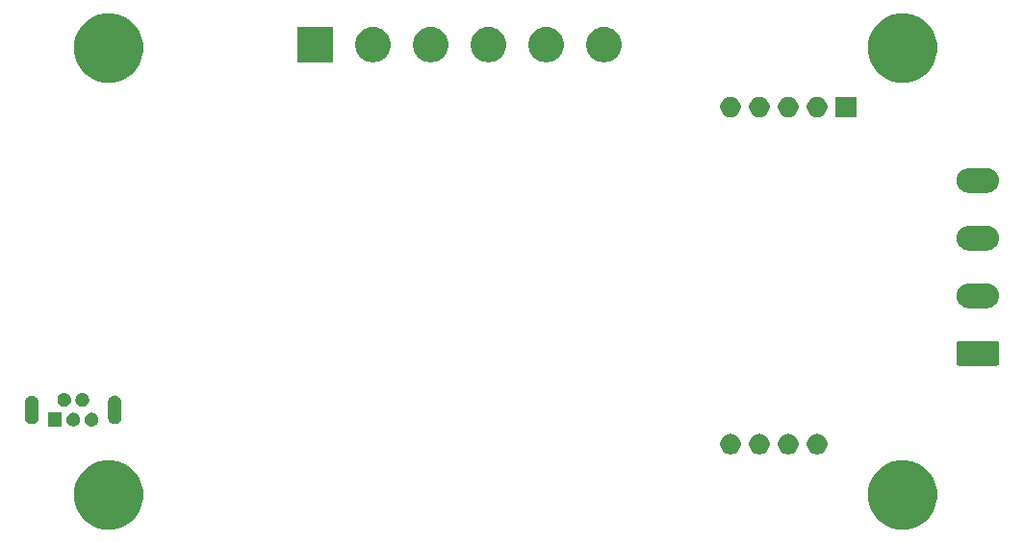
<source format=gbr>
G04 #@! TF.GenerationSoftware,KiCad,Pcbnew,(5.1.5)-3*
G04 #@! TF.CreationDate,2020-12-20T12:51:42+00:00*
G04 #@! TF.ProjectId,sensor_node_PCB,73656e73-6f72-45f6-9e6f-64655f504342,rev?*
G04 #@! TF.SameCoordinates,Original*
G04 #@! TF.FileFunction,Soldermask,Bot*
G04 #@! TF.FilePolarity,Negative*
%FSLAX46Y46*%
G04 Gerber Fmt 4.6, Leading zero omitted, Abs format (unit mm)*
G04 Created by KiCad (PCBNEW (5.1.5)-3) date 2020-12-20 12:51:42*
%MOMM*%
%LPD*%
G04 APERTURE LIST*
%ADD10C,0.100000*%
G04 APERTURE END LIST*
D10*
G36*
X188849943Y-125336248D02*
G01*
X189405189Y-125566238D01*
X189405190Y-125566239D01*
X189904899Y-125900134D01*
X190329866Y-126325101D01*
X190329867Y-126325103D01*
X190663762Y-126824811D01*
X190893752Y-127380057D01*
X191011000Y-127969501D01*
X191011000Y-128570499D01*
X190893752Y-129159943D01*
X190663762Y-129715189D01*
X190663761Y-129715190D01*
X190329866Y-130214899D01*
X189904899Y-130639866D01*
X189653347Y-130807948D01*
X189405189Y-130973762D01*
X188849943Y-131203752D01*
X188260499Y-131321000D01*
X187659501Y-131321000D01*
X187070057Y-131203752D01*
X186514811Y-130973762D01*
X186266653Y-130807948D01*
X186015101Y-130639866D01*
X185590134Y-130214899D01*
X185256239Y-129715190D01*
X185256238Y-129715189D01*
X185026248Y-129159943D01*
X184909000Y-128570499D01*
X184909000Y-127969501D01*
X185026248Y-127380057D01*
X185256238Y-126824811D01*
X185590133Y-126325103D01*
X185590134Y-126325101D01*
X186015101Y-125900134D01*
X186514810Y-125566239D01*
X186514811Y-125566238D01*
X187070057Y-125336248D01*
X187659501Y-125219000D01*
X188260499Y-125219000D01*
X188849943Y-125336248D01*
G37*
G36*
X118999943Y-125336248D02*
G01*
X119555189Y-125566238D01*
X119555190Y-125566239D01*
X120054899Y-125900134D01*
X120479866Y-126325101D01*
X120479867Y-126325103D01*
X120813762Y-126824811D01*
X121043752Y-127380057D01*
X121161000Y-127969501D01*
X121161000Y-128570499D01*
X121043752Y-129159943D01*
X120813762Y-129715189D01*
X120813761Y-129715190D01*
X120479866Y-130214899D01*
X120054899Y-130639866D01*
X119803347Y-130807948D01*
X119555189Y-130973762D01*
X118999943Y-131203752D01*
X118410499Y-131321000D01*
X117809501Y-131321000D01*
X117220057Y-131203752D01*
X116664811Y-130973762D01*
X116416653Y-130807948D01*
X116165101Y-130639866D01*
X115740134Y-130214899D01*
X115406239Y-129715190D01*
X115406238Y-129715189D01*
X115176248Y-129159943D01*
X115059000Y-128570499D01*
X115059000Y-127969501D01*
X115176248Y-127380057D01*
X115406238Y-126824811D01*
X115740133Y-126325103D01*
X115740134Y-126325101D01*
X116165101Y-125900134D01*
X116664810Y-125566239D01*
X116664811Y-125566238D01*
X117220057Y-125336248D01*
X117809501Y-125219000D01*
X118410499Y-125219000D01*
X118999943Y-125336248D01*
G37*
G36*
X180573512Y-122903927D02*
G01*
X180722812Y-122933624D01*
X180886784Y-123001544D01*
X181034354Y-123100147D01*
X181159853Y-123225646D01*
X181258456Y-123373216D01*
X181326376Y-123537188D01*
X181361000Y-123711259D01*
X181361000Y-123888741D01*
X181326376Y-124062812D01*
X181258456Y-124226784D01*
X181159853Y-124374354D01*
X181034354Y-124499853D01*
X180886784Y-124598456D01*
X180722812Y-124666376D01*
X180573512Y-124696073D01*
X180548742Y-124701000D01*
X180371258Y-124701000D01*
X180346488Y-124696073D01*
X180197188Y-124666376D01*
X180033216Y-124598456D01*
X179885646Y-124499853D01*
X179760147Y-124374354D01*
X179661544Y-124226784D01*
X179593624Y-124062812D01*
X179559000Y-123888741D01*
X179559000Y-123711259D01*
X179593624Y-123537188D01*
X179661544Y-123373216D01*
X179760147Y-123225646D01*
X179885646Y-123100147D01*
X180033216Y-123001544D01*
X180197188Y-122933624D01*
X180346488Y-122903927D01*
X180371258Y-122899000D01*
X180548742Y-122899000D01*
X180573512Y-122903927D01*
G37*
G36*
X172953512Y-122903927D02*
G01*
X173102812Y-122933624D01*
X173266784Y-123001544D01*
X173414354Y-123100147D01*
X173539853Y-123225646D01*
X173638456Y-123373216D01*
X173706376Y-123537188D01*
X173741000Y-123711259D01*
X173741000Y-123888741D01*
X173706376Y-124062812D01*
X173638456Y-124226784D01*
X173539853Y-124374354D01*
X173414354Y-124499853D01*
X173266784Y-124598456D01*
X173102812Y-124666376D01*
X172953512Y-124696073D01*
X172928742Y-124701000D01*
X172751258Y-124701000D01*
X172726488Y-124696073D01*
X172577188Y-124666376D01*
X172413216Y-124598456D01*
X172265646Y-124499853D01*
X172140147Y-124374354D01*
X172041544Y-124226784D01*
X171973624Y-124062812D01*
X171939000Y-123888741D01*
X171939000Y-123711259D01*
X171973624Y-123537188D01*
X172041544Y-123373216D01*
X172140147Y-123225646D01*
X172265646Y-123100147D01*
X172413216Y-123001544D01*
X172577188Y-122933624D01*
X172726488Y-122903927D01*
X172751258Y-122899000D01*
X172928742Y-122899000D01*
X172953512Y-122903927D01*
G37*
G36*
X178033512Y-122903927D02*
G01*
X178182812Y-122933624D01*
X178346784Y-123001544D01*
X178494354Y-123100147D01*
X178619853Y-123225646D01*
X178718456Y-123373216D01*
X178786376Y-123537188D01*
X178821000Y-123711259D01*
X178821000Y-123888741D01*
X178786376Y-124062812D01*
X178718456Y-124226784D01*
X178619853Y-124374354D01*
X178494354Y-124499853D01*
X178346784Y-124598456D01*
X178182812Y-124666376D01*
X178033512Y-124696073D01*
X178008742Y-124701000D01*
X177831258Y-124701000D01*
X177806488Y-124696073D01*
X177657188Y-124666376D01*
X177493216Y-124598456D01*
X177345646Y-124499853D01*
X177220147Y-124374354D01*
X177121544Y-124226784D01*
X177053624Y-124062812D01*
X177019000Y-123888741D01*
X177019000Y-123711259D01*
X177053624Y-123537188D01*
X177121544Y-123373216D01*
X177220147Y-123225646D01*
X177345646Y-123100147D01*
X177493216Y-123001544D01*
X177657188Y-122933624D01*
X177806488Y-122903927D01*
X177831258Y-122899000D01*
X178008742Y-122899000D01*
X178033512Y-122903927D01*
G37*
G36*
X175493512Y-122903927D02*
G01*
X175642812Y-122933624D01*
X175806784Y-123001544D01*
X175954354Y-123100147D01*
X176079853Y-123225646D01*
X176178456Y-123373216D01*
X176246376Y-123537188D01*
X176281000Y-123711259D01*
X176281000Y-123888741D01*
X176246376Y-124062812D01*
X176178456Y-124226784D01*
X176079853Y-124374354D01*
X175954354Y-124499853D01*
X175806784Y-124598456D01*
X175642812Y-124666376D01*
X175493512Y-124696073D01*
X175468742Y-124701000D01*
X175291258Y-124701000D01*
X175266488Y-124696073D01*
X175117188Y-124666376D01*
X174953216Y-124598456D01*
X174805646Y-124499853D01*
X174680147Y-124374354D01*
X174581544Y-124226784D01*
X174513624Y-124062812D01*
X174479000Y-123888741D01*
X174479000Y-123711259D01*
X174513624Y-123537188D01*
X174581544Y-123373216D01*
X174680147Y-123225646D01*
X174805646Y-123100147D01*
X174953216Y-123001544D01*
X175117188Y-122933624D01*
X175266488Y-122903927D01*
X175291258Y-122899000D01*
X175468742Y-122899000D01*
X175493512Y-122903927D01*
G37*
G36*
X114025000Y-122239000D02*
G01*
X112823000Y-122239000D01*
X112823000Y-121037000D01*
X114025000Y-121037000D01*
X114025000Y-122239000D01*
G37*
G36*
X116760601Y-121052397D02*
G01*
X116799305Y-121060096D01*
X116831340Y-121073365D01*
X116908680Y-121105400D01*
X117007115Y-121171173D01*
X117090827Y-121254885D01*
X117156600Y-121353320D01*
X117201904Y-121462696D01*
X117225000Y-121578805D01*
X117225000Y-121697195D01*
X117201904Y-121813304D01*
X117156600Y-121922680D01*
X117090827Y-122021115D01*
X117007115Y-122104827D01*
X116908680Y-122170600D01*
X116831340Y-122202635D01*
X116799305Y-122215904D01*
X116760601Y-122223603D01*
X116683195Y-122239000D01*
X116564805Y-122239000D01*
X116487399Y-122223603D01*
X116448695Y-122215904D01*
X116416660Y-122202635D01*
X116339320Y-122170600D01*
X116240885Y-122104827D01*
X116157173Y-122021115D01*
X116091400Y-121922680D01*
X116046096Y-121813304D01*
X116023000Y-121697195D01*
X116023000Y-121578805D01*
X116046096Y-121462696D01*
X116091400Y-121353320D01*
X116157173Y-121254885D01*
X116240885Y-121171173D01*
X116339320Y-121105400D01*
X116416660Y-121073365D01*
X116448695Y-121060096D01*
X116487399Y-121052397D01*
X116564805Y-121037000D01*
X116683195Y-121037000D01*
X116760601Y-121052397D01*
G37*
G36*
X115160601Y-121052397D02*
G01*
X115199305Y-121060096D01*
X115231340Y-121073365D01*
X115308680Y-121105400D01*
X115407115Y-121171173D01*
X115490827Y-121254885D01*
X115556600Y-121353320D01*
X115601904Y-121462696D01*
X115625000Y-121578805D01*
X115625000Y-121697195D01*
X115601904Y-121813304D01*
X115556600Y-121922680D01*
X115490827Y-122021115D01*
X115407115Y-122104827D01*
X115308680Y-122170600D01*
X115231340Y-122202635D01*
X115199305Y-122215904D01*
X115160601Y-122223603D01*
X115083195Y-122239000D01*
X114964805Y-122239000D01*
X114887399Y-122223603D01*
X114848695Y-122215904D01*
X114816660Y-122202635D01*
X114739320Y-122170600D01*
X114640885Y-122104827D01*
X114557173Y-122021115D01*
X114491400Y-121922680D01*
X114446096Y-121813304D01*
X114423000Y-121697195D01*
X114423000Y-121578805D01*
X114446096Y-121462696D01*
X114491400Y-121353320D01*
X114557173Y-121254885D01*
X114640885Y-121171173D01*
X114739320Y-121105400D01*
X114816660Y-121073365D01*
X114848695Y-121060096D01*
X114887399Y-121052397D01*
X114964805Y-121037000D01*
X115083195Y-121037000D01*
X115160601Y-121052397D01*
G37*
G36*
X111491817Y-119520696D02*
G01*
X111605104Y-119555062D01*
X111709511Y-119610869D01*
X111709513Y-119610870D01*
X111709512Y-119610870D01*
X111801027Y-119685973D01*
X111864711Y-119763572D01*
X111876131Y-119777488D01*
X111931938Y-119881895D01*
X111966304Y-119995182D01*
X111975000Y-120083481D01*
X111975000Y-121442519D01*
X111966304Y-121530818D01*
X111931938Y-121644105D01*
X111876131Y-121748512D01*
X111801027Y-121840027D01*
X111709512Y-121915131D01*
X111605105Y-121970938D01*
X111491818Y-122005304D01*
X111374000Y-122016907D01*
X111256183Y-122005304D01*
X111142896Y-121970938D01*
X111038489Y-121915131D01*
X110946974Y-121840027D01*
X110871870Y-121748512D01*
X110816063Y-121644105D01*
X110781697Y-121530818D01*
X110773001Y-121442519D01*
X110773000Y-120083482D01*
X110781696Y-119995183D01*
X110816062Y-119881896D01*
X110871869Y-119777489D01*
X110885338Y-119761077D01*
X110946973Y-119685973D01*
X111038487Y-119610870D01*
X111038486Y-119610870D01*
X111038488Y-119610869D01*
X111142895Y-119555062D01*
X111256182Y-119520696D01*
X111374000Y-119509093D01*
X111491817Y-119520696D01*
G37*
G36*
X118791817Y-119520696D02*
G01*
X118905104Y-119555062D01*
X119009511Y-119610869D01*
X119009513Y-119610870D01*
X119009512Y-119610870D01*
X119101027Y-119685973D01*
X119164711Y-119763572D01*
X119176131Y-119777488D01*
X119231938Y-119881895D01*
X119266304Y-119995182D01*
X119275000Y-120083481D01*
X119275000Y-121442519D01*
X119266304Y-121530818D01*
X119231938Y-121644105D01*
X119176131Y-121748512D01*
X119101027Y-121840027D01*
X119009512Y-121915131D01*
X118905105Y-121970938D01*
X118791818Y-122005304D01*
X118674000Y-122016907D01*
X118556183Y-122005304D01*
X118442896Y-121970938D01*
X118338489Y-121915131D01*
X118246974Y-121840027D01*
X118171870Y-121748512D01*
X118116063Y-121644105D01*
X118081697Y-121530818D01*
X118073001Y-121442519D01*
X118073000Y-120083482D01*
X118081696Y-119995183D01*
X118116062Y-119881896D01*
X118171869Y-119777489D01*
X118185338Y-119761077D01*
X118246973Y-119685973D01*
X118338487Y-119610870D01*
X118338486Y-119610870D01*
X118338488Y-119610869D01*
X118442895Y-119555062D01*
X118556182Y-119520696D01*
X118674000Y-119509093D01*
X118791817Y-119520696D01*
G37*
G36*
X115960601Y-119302397D02*
G01*
X115999305Y-119310096D01*
X116031340Y-119323365D01*
X116108680Y-119355400D01*
X116207115Y-119421173D01*
X116290827Y-119504885D01*
X116356600Y-119603320D01*
X116401904Y-119712696D01*
X116425000Y-119828805D01*
X116425000Y-119947195D01*
X116401904Y-120063304D01*
X116356600Y-120172680D01*
X116290827Y-120271115D01*
X116207115Y-120354827D01*
X116108680Y-120420600D01*
X116031340Y-120452635D01*
X115999305Y-120465904D01*
X115960601Y-120473603D01*
X115883195Y-120489000D01*
X115764805Y-120489000D01*
X115687399Y-120473603D01*
X115648695Y-120465904D01*
X115616660Y-120452635D01*
X115539320Y-120420600D01*
X115440885Y-120354827D01*
X115357173Y-120271115D01*
X115291400Y-120172680D01*
X115246096Y-120063304D01*
X115223000Y-119947195D01*
X115223000Y-119828805D01*
X115246096Y-119712696D01*
X115291400Y-119603320D01*
X115357173Y-119504885D01*
X115440885Y-119421173D01*
X115539320Y-119355400D01*
X115616660Y-119323365D01*
X115648695Y-119310096D01*
X115687399Y-119302397D01*
X115764805Y-119287000D01*
X115883195Y-119287000D01*
X115960601Y-119302397D01*
G37*
G36*
X114360601Y-119302397D02*
G01*
X114399305Y-119310096D01*
X114431340Y-119323365D01*
X114508680Y-119355400D01*
X114607115Y-119421173D01*
X114690827Y-119504885D01*
X114756600Y-119603320D01*
X114801904Y-119712696D01*
X114825000Y-119828805D01*
X114825000Y-119947195D01*
X114801904Y-120063304D01*
X114756600Y-120172680D01*
X114690827Y-120271115D01*
X114607115Y-120354827D01*
X114508680Y-120420600D01*
X114431340Y-120452635D01*
X114399305Y-120465904D01*
X114360601Y-120473603D01*
X114283195Y-120489000D01*
X114164805Y-120489000D01*
X114087399Y-120473603D01*
X114048695Y-120465904D01*
X114016660Y-120452635D01*
X113939320Y-120420600D01*
X113840885Y-120354827D01*
X113757173Y-120271115D01*
X113691400Y-120172680D01*
X113646096Y-120063304D01*
X113623000Y-119947195D01*
X113623000Y-119828805D01*
X113646096Y-119712696D01*
X113691400Y-119603320D01*
X113757173Y-119504885D01*
X113840885Y-119421173D01*
X113939320Y-119355400D01*
X114016660Y-119323365D01*
X114048695Y-119310096D01*
X114087399Y-119302397D01*
X114164805Y-119287000D01*
X114283195Y-119287000D01*
X114360601Y-119302397D01*
G37*
G36*
X196316217Y-114712808D02*
G01*
X196347489Y-114722294D01*
X196376308Y-114737698D01*
X196401570Y-114758430D01*
X196422302Y-114783692D01*
X196437706Y-114812511D01*
X196447192Y-114843783D01*
X196451000Y-114882448D01*
X196451000Y-116717552D01*
X196447192Y-116756217D01*
X196437706Y-116787489D01*
X196422302Y-116816308D01*
X196401570Y-116841570D01*
X196376308Y-116862302D01*
X196347489Y-116877706D01*
X196316217Y-116887192D01*
X196277552Y-116891000D01*
X192922448Y-116891000D01*
X192883783Y-116887192D01*
X192852511Y-116877706D01*
X192823692Y-116862302D01*
X192798430Y-116841570D01*
X192777698Y-116816308D01*
X192762294Y-116787489D01*
X192752808Y-116756217D01*
X192749000Y-116717552D01*
X192749000Y-114882448D01*
X192752808Y-114843783D01*
X192762294Y-114812511D01*
X192777698Y-114783692D01*
X192798430Y-114758430D01*
X192823692Y-114737698D01*
X192852511Y-114722294D01*
X192883783Y-114712808D01*
X192922448Y-114709000D01*
X196277552Y-114709000D01*
X196316217Y-114712808D01*
G37*
G36*
X195573871Y-109644786D02*
G01*
X195779530Y-109707172D01*
X195969055Y-109808475D01*
X195969058Y-109808477D01*
X195969059Y-109808478D01*
X196135186Y-109944814D01*
X196271522Y-110110941D01*
X196271525Y-110110945D01*
X196372828Y-110300470D01*
X196435214Y-110506129D01*
X196456278Y-110720000D01*
X196435214Y-110933871D01*
X196372828Y-111139530D01*
X196271525Y-111329055D01*
X196271523Y-111329058D01*
X196271522Y-111329059D01*
X196135186Y-111495186D01*
X195969059Y-111631522D01*
X195969055Y-111631525D01*
X195779530Y-111732828D01*
X195573871Y-111795214D01*
X195413591Y-111811000D01*
X193786409Y-111811000D01*
X193626129Y-111795214D01*
X193420470Y-111732828D01*
X193230945Y-111631525D01*
X193230941Y-111631522D01*
X193064814Y-111495186D01*
X192928478Y-111329059D01*
X192928477Y-111329058D01*
X192928475Y-111329055D01*
X192827172Y-111139530D01*
X192764786Y-110933871D01*
X192743722Y-110720000D01*
X192764786Y-110506129D01*
X192827172Y-110300470D01*
X192928475Y-110110945D01*
X192928478Y-110110941D01*
X193064814Y-109944814D01*
X193230941Y-109808478D01*
X193230942Y-109808477D01*
X193230945Y-109808475D01*
X193420470Y-109707172D01*
X193626129Y-109644786D01*
X193786409Y-109629000D01*
X195413591Y-109629000D01*
X195573871Y-109644786D01*
G37*
G36*
X195573871Y-104564786D02*
G01*
X195779530Y-104627172D01*
X195969055Y-104728475D01*
X195969058Y-104728477D01*
X195969059Y-104728478D01*
X196135186Y-104864814D01*
X196271522Y-105030941D01*
X196271525Y-105030945D01*
X196372828Y-105220470D01*
X196435214Y-105426129D01*
X196456278Y-105640000D01*
X196435214Y-105853871D01*
X196372828Y-106059530D01*
X196271525Y-106249055D01*
X196271523Y-106249058D01*
X196271522Y-106249059D01*
X196135186Y-106415186D01*
X195969059Y-106551522D01*
X195969055Y-106551525D01*
X195779530Y-106652828D01*
X195573871Y-106715214D01*
X195413591Y-106731000D01*
X193786409Y-106731000D01*
X193626129Y-106715214D01*
X193420470Y-106652828D01*
X193230945Y-106551525D01*
X193230941Y-106551522D01*
X193064814Y-106415186D01*
X192928478Y-106249059D01*
X192928477Y-106249058D01*
X192928475Y-106249055D01*
X192827172Y-106059530D01*
X192764786Y-105853871D01*
X192743722Y-105640000D01*
X192764786Y-105426129D01*
X192827172Y-105220470D01*
X192928475Y-105030945D01*
X192928478Y-105030941D01*
X193064814Y-104864814D01*
X193230941Y-104728478D01*
X193230942Y-104728477D01*
X193230945Y-104728475D01*
X193420470Y-104627172D01*
X193626129Y-104564786D01*
X193786409Y-104549000D01*
X195413591Y-104549000D01*
X195573871Y-104564786D01*
G37*
G36*
X195573871Y-99484786D02*
G01*
X195779530Y-99547172D01*
X195969055Y-99648475D01*
X195969058Y-99648477D01*
X195969059Y-99648478D01*
X196135186Y-99784814D01*
X196271522Y-99950941D01*
X196271525Y-99950945D01*
X196372828Y-100140470D01*
X196435214Y-100346129D01*
X196456278Y-100560000D01*
X196435214Y-100773871D01*
X196372828Y-100979530D01*
X196271525Y-101169055D01*
X196271523Y-101169058D01*
X196271522Y-101169059D01*
X196135186Y-101335186D01*
X195969059Y-101471522D01*
X195969055Y-101471525D01*
X195779530Y-101572828D01*
X195573871Y-101635214D01*
X195413591Y-101651000D01*
X193786409Y-101651000D01*
X193626129Y-101635214D01*
X193420470Y-101572828D01*
X193230945Y-101471525D01*
X193230941Y-101471522D01*
X193064814Y-101335186D01*
X192928478Y-101169059D01*
X192928477Y-101169058D01*
X192928475Y-101169055D01*
X192827172Y-100979530D01*
X192764786Y-100773871D01*
X192743722Y-100560000D01*
X192764786Y-100346129D01*
X192827172Y-100140470D01*
X192928475Y-99950945D01*
X192928478Y-99950941D01*
X193064814Y-99784814D01*
X193230941Y-99648478D01*
X193230942Y-99648477D01*
X193230945Y-99648475D01*
X193420470Y-99547172D01*
X193626129Y-99484786D01*
X193786409Y-99469000D01*
X195413591Y-99469000D01*
X195573871Y-99484786D01*
G37*
G36*
X183901000Y-95001000D02*
G01*
X182099000Y-95001000D01*
X182099000Y-93199000D01*
X183901000Y-93199000D01*
X183901000Y-95001000D01*
G37*
G36*
X175493512Y-93203927D02*
G01*
X175642812Y-93233624D01*
X175806784Y-93301544D01*
X175954354Y-93400147D01*
X176079853Y-93525646D01*
X176178456Y-93673216D01*
X176246376Y-93837188D01*
X176281000Y-94011259D01*
X176281000Y-94188741D01*
X176246376Y-94362812D01*
X176178456Y-94526784D01*
X176079853Y-94674354D01*
X175954354Y-94799853D01*
X175806784Y-94898456D01*
X175642812Y-94966376D01*
X175493512Y-94996073D01*
X175468742Y-95001000D01*
X175291258Y-95001000D01*
X175266488Y-94996073D01*
X175117188Y-94966376D01*
X174953216Y-94898456D01*
X174805646Y-94799853D01*
X174680147Y-94674354D01*
X174581544Y-94526784D01*
X174513624Y-94362812D01*
X174479000Y-94188741D01*
X174479000Y-94011259D01*
X174513624Y-93837188D01*
X174581544Y-93673216D01*
X174680147Y-93525646D01*
X174805646Y-93400147D01*
X174953216Y-93301544D01*
X175117188Y-93233624D01*
X175266488Y-93203927D01*
X175291258Y-93199000D01*
X175468742Y-93199000D01*
X175493512Y-93203927D01*
G37*
G36*
X178033512Y-93203927D02*
G01*
X178182812Y-93233624D01*
X178346784Y-93301544D01*
X178494354Y-93400147D01*
X178619853Y-93525646D01*
X178718456Y-93673216D01*
X178786376Y-93837188D01*
X178821000Y-94011259D01*
X178821000Y-94188741D01*
X178786376Y-94362812D01*
X178718456Y-94526784D01*
X178619853Y-94674354D01*
X178494354Y-94799853D01*
X178346784Y-94898456D01*
X178182812Y-94966376D01*
X178033512Y-94996073D01*
X178008742Y-95001000D01*
X177831258Y-95001000D01*
X177806488Y-94996073D01*
X177657188Y-94966376D01*
X177493216Y-94898456D01*
X177345646Y-94799853D01*
X177220147Y-94674354D01*
X177121544Y-94526784D01*
X177053624Y-94362812D01*
X177019000Y-94188741D01*
X177019000Y-94011259D01*
X177053624Y-93837188D01*
X177121544Y-93673216D01*
X177220147Y-93525646D01*
X177345646Y-93400147D01*
X177493216Y-93301544D01*
X177657188Y-93233624D01*
X177806488Y-93203927D01*
X177831258Y-93199000D01*
X178008742Y-93199000D01*
X178033512Y-93203927D01*
G37*
G36*
X180573512Y-93203927D02*
G01*
X180722812Y-93233624D01*
X180886784Y-93301544D01*
X181034354Y-93400147D01*
X181159853Y-93525646D01*
X181258456Y-93673216D01*
X181326376Y-93837188D01*
X181361000Y-94011259D01*
X181361000Y-94188741D01*
X181326376Y-94362812D01*
X181258456Y-94526784D01*
X181159853Y-94674354D01*
X181034354Y-94799853D01*
X180886784Y-94898456D01*
X180722812Y-94966376D01*
X180573512Y-94996073D01*
X180548742Y-95001000D01*
X180371258Y-95001000D01*
X180346488Y-94996073D01*
X180197188Y-94966376D01*
X180033216Y-94898456D01*
X179885646Y-94799853D01*
X179760147Y-94674354D01*
X179661544Y-94526784D01*
X179593624Y-94362812D01*
X179559000Y-94188741D01*
X179559000Y-94011259D01*
X179593624Y-93837188D01*
X179661544Y-93673216D01*
X179760147Y-93525646D01*
X179885646Y-93400147D01*
X180033216Y-93301544D01*
X180197188Y-93233624D01*
X180346488Y-93203927D01*
X180371258Y-93199000D01*
X180548742Y-93199000D01*
X180573512Y-93203927D01*
G37*
G36*
X172953512Y-93203927D02*
G01*
X173102812Y-93233624D01*
X173266784Y-93301544D01*
X173414354Y-93400147D01*
X173539853Y-93525646D01*
X173638456Y-93673216D01*
X173706376Y-93837188D01*
X173741000Y-94011259D01*
X173741000Y-94188741D01*
X173706376Y-94362812D01*
X173638456Y-94526784D01*
X173539853Y-94674354D01*
X173414354Y-94799853D01*
X173266784Y-94898456D01*
X173102812Y-94966376D01*
X172953512Y-94996073D01*
X172928742Y-95001000D01*
X172751258Y-95001000D01*
X172726488Y-94996073D01*
X172577188Y-94966376D01*
X172413216Y-94898456D01*
X172265646Y-94799853D01*
X172140147Y-94674354D01*
X172041544Y-94526784D01*
X171973624Y-94362812D01*
X171939000Y-94188741D01*
X171939000Y-94011259D01*
X171973624Y-93837188D01*
X172041544Y-93673216D01*
X172140147Y-93525646D01*
X172265646Y-93400147D01*
X172413216Y-93301544D01*
X172577188Y-93233624D01*
X172726488Y-93203927D01*
X172751258Y-93199000D01*
X172928742Y-93199000D01*
X172953512Y-93203927D01*
G37*
G36*
X118999943Y-85966248D02*
G01*
X119555189Y-86196238D01*
X119555190Y-86196239D01*
X120054899Y-86530134D01*
X120479866Y-86955101D01*
X120479867Y-86955103D01*
X120813762Y-87454811D01*
X121043752Y-88010057D01*
X121161000Y-88599501D01*
X121161000Y-89200499D01*
X121043752Y-89789943D01*
X120813762Y-90345189D01*
X120813761Y-90345190D01*
X120479866Y-90844899D01*
X120054899Y-91269866D01*
X119803347Y-91437948D01*
X119555189Y-91603762D01*
X118999943Y-91833752D01*
X118410499Y-91951000D01*
X117809501Y-91951000D01*
X117220057Y-91833752D01*
X116664811Y-91603762D01*
X116416653Y-91437948D01*
X116165101Y-91269866D01*
X115740134Y-90844899D01*
X115406239Y-90345190D01*
X115406238Y-90345189D01*
X115176248Y-89789943D01*
X115059000Y-89200499D01*
X115059000Y-88599501D01*
X115176248Y-88010057D01*
X115406238Y-87454811D01*
X115740133Y-86955103D01*
X115740134Y-86955101D01*
X116165101Y-86530134D01*
X116664810Y-86196239D01*
X116664811Y-86196238D01*
X117220057Y-85966248D01*
X117809501Y-85849000D01*
X118410499Y-85849000D01*
X118999943Y-85966248D01*
G37*
G36*
X188849943Y-85966248D02*
G01*
X189405189Y-86196238D01*
X189405190Y-86196239D01*
X189904899Y-86530134D01*
X190329866Y-86955101D01*
X190329867Y-86955103D01*
X190663762Y-87454811D01*
X190893752Y-88010057D01*
X191011000Y-88599501D01*
X191011000Y-89200499D01*
X190893752Y-89789943D01*
X190663762Y-90345189D01*
X190663761Y-90345190D01*
X190329866Y-90844899D01*
X189904899Y-91269866D01*
X189653347Y-91437948D01*
X189405189Y-91603762D01*
X188849943Y-91833752D01*
X188260499Y-91951000D01*
X187659501Y-91951000D01*
X187070057Y-91833752D01*
X186514811Y-91603762D01*
X186266653Y-91437948D01*
X186015101Y-91269866D01*
X185590134Y-90844899D01*
X185256239Y-90345190D01*
X185256238Y-90345189D01*
X185026248Y-89789943D01*
X184909000Y-89200499D01*
X184909000Y-88599501D01*
X185026248Y-88010057D01*
X185256238Y-87454811D01*
X185590133Y-86955103D01*
X185590134Y-86955101D01*
X186015101Y-86530134D01*
X186514810Y-86196239D01*
X186514811Y-86196238D01*
X187070057Y-85966248D01*
X187659501Y-85849000D01*
X188260499Y-85849000D01*
X188849943Y-85966248D01*
G37*
G36*
X162022585Y-87078802D02*
G01*
X162172410Y-87108604D01*
X162454674Y-87225521D01*
X162708705Y-87395259D01*
X162924741Y-87611295D01*
X163094479Y-87865326D01*
X163211396Y-88147590D01*
X163271000Y-88447240D01*
X163271000Y-88752760D01*
X163211396Y-89052410D01*
X163094479Y-89334674D01*
X162924741Y-89588705D01*
X162708705Y-89804741D01*
X162454674Y-89974479D01*
X162172410Y-90091396D01*
X162022585Y-90121198D01*
X161872761Y-90151000D01*
X161567239Y-90151000D01*
X161417415Y-90121198D01*
X161267590Y-90091396D01*
X160985326Y-89974479D01*
X160731295Y-89804741D01*
X160515259Y-89588705D01*
X160345521Y-89334674D01*
X160228604Y-89052410D01*
X160169000Y-88752760D01*
X160169000Y-88447240D01*
X160228604Y-88147590D01*
X160345521Y-87865326D01*
X160515259Y-87611295D01*
X160731295Y-87395259D01*
X160985326Y-87225521D01*
X161267590Y-87108604D01*
X161417415Y-87078802D01*
X161567239Y-87049000D01*
X161872761Y-87049000D01*
X162022585Y-87078802D01*
G37*
G36*
X156942585Y-87078802D02*
G01*
X157092410Y-87108604D01*
X157374674Y-87225521D01*
X157628705Y-87395259D01*
X157844741Y-87611295D01*
X158014479Y-87865326D01*
X158131396Y-88147590D01*
X158191000Y-88447240D01*
X158191000Y-88752760D01*
X158131396Y-89052410D01*
X158014479Y-89334674D01*
X157844741Y-89588705D01*
X157628705Y-89804741D01*
X157374674Y-89974479D01*
X157092410Y-90091396D01*
X156942585Y-90121198D01*
X156792761Y-90151000D01*
X156487239Y-90151000D01*
X156337415Y-90121198D01*
X156187590Y-90091396D01*
X155905326Y-89974479D01*
X155651295Y-89804741D01*
X155435259Y-89588705D01*
X155265521Y-89334674D01*
X155148604Y-89052410D01*
X155089000Y-88752760D01*
X155089000Y-88447240D01*
X155148604Y-88147590D01*
X155265521Y-87865326D01*
X155435259Y-87611295D01*
X155651295Y-87395259D01*
X155905326Y-87225521D01*
X156187590Y-87108604D01*
X156337415Y-87078802D01*
X156487239Y-87049000D01*
X156792761Y-87049000D01*
X156942585Y-87078802D01*
G37*
G36*
X151862585Y-87078802D02*
G01*
X152012410Y-87108604D01*
X152294674Y-87225521D01*
X152548705Y-87395259D01*
X152764741Y-87611295D01*
X152934479Y-87865326D01*
X153051396Y-88147590D01*
X153111000Y-88447240D01*
X153111000Y-88752760D01*
X153051396Y-89052410D01*
X152934479Y-89334674D01*
X152764741Y-89588705D01*
X152548705Y-89804741D01*
X152294674Y-89974479D01*
X152012410Y-90091396D01*
X151862585Y-90121198D01*
X151712761Y-90151000D01*
X151407239Y-90151000D01*
X151257415Y-90121198D01*
X151107590Y-90091396D01*
X150825326Y-89974479D01*
X150571295Y-89804741D01*
X150355259Y-89588705D01*
X150185521Y-89334674D01*
X150068604Y-89052410D01*
X150009000Y-88752760D01*
X150009000Y-88447240D01*
X150068604Y-88147590D01*
X150185521Y-87865326D01*
X150355259Y-87611295D01*
X150571295Y-87395259D01*
X150825326Y-87225521D01*
X151107590Y-87108604D01*
X151257415Y-87078802D01*
X151407239Y-87049000D01*
X151712761Y-87049000D01*
X151862585Y-87078802D01*
G37*
G36*
X146782585Y-87078802D02*
G01*
X146932410Y-87108604D01*
X147214674Y-87225521D01*
X147468705Y-87395259D01*
X147684741Y-87611295D01*
X147854479Y-87865326D01*
X147971396Y-88147590D01*
X148031000Y-88447240D01*
X148031000Y-88752760D01*
X147971396Y-89052410D01*
X147854479Y-89334674D01*
X147684741Y-89588705D01*
X147468705Y-89804741D01*
X147214674Y-89974479D01*
X146932410Y-90091396D01*
X146782585Y-90121198D01*
X146632761Y-90151000D01*
X146327239Y-90151000D01*
X146177415Y-90121198D01*
X146027590Y-90091396D01*
X145745326Y-89974479D01*
X145491295Y-89804741D01*
X145275259Y-89588705D01*
X145105521Y-89334674D01*
X144988604Y-89052410D01*
X144929000Y-88752760D01*
X144929000Y-88447240D01*
X144988604Y-88147590D01*
X145105521Y-87865326D01*
X145275259Y-87611295D01*
X145491295Y-87395259D01*
X145745326Y-87225521D01*
X146027590Y-87108604D01*
X146177415Y-87078802D01*
X146327239Y-87049000D01*
X146632761Y-87049000D01*
X146782585Y-87078802D01*
G37*
G36*
X141702585Y-87078802D02*
G01*
X141852410Y-87108604D01*
X142134674Y-87225521D01*
X142388705Y-87395259D01*
X142604741Y-87611295D01*
X142774479Y-87865326D01*
X142891396Y-88147590D01*
X142951000Y-88447240D01*
X142951000Y-88752760D01*
X142891396Y-89052410D01*
X142774479Y-89334674D01*
X142604741Y-89588705D01*
X142388705Y-89804741D01*
X142134674Y-89974479D01*
X141852410Y-90091396D01*
X141702585Y-90121198D01*
X141552761Y-90151000D01*
X141247239Y-90151000D01*
X141097415Y-90121198D01*
X140947590Y-90091396D01*
X140665326Y-89974479D01*
X140411295Y-89804741D01*
X140195259Y-89588705D01*
X140025521Y-89334674D01*
X139908604Y-89052410D01*
X139849000Y-88752760D01*
X139849000Y-88447240D01*
X139908604Y-88147590D01*
X140025521Y-87865326D01*
X140195259Y-87611295D01*
X140411295Y-87395259D01*
X140665326Y-87225521D01*
X140947590Y-87108604D01*
X141097415Y-87078802D01*
X141247239Y-87049000D01*
X141552761Y-87049000D01*
X141702585Y-87078802D01*
G37*
G36*
X137871000Y-90151000D02*
G01*
X134769000Y-90151000D01*
X134769000Y-87049000D01*
X137871000Y-87049000D01*
X137871000Y-90151000D01*
G37*
M02*

</source>
